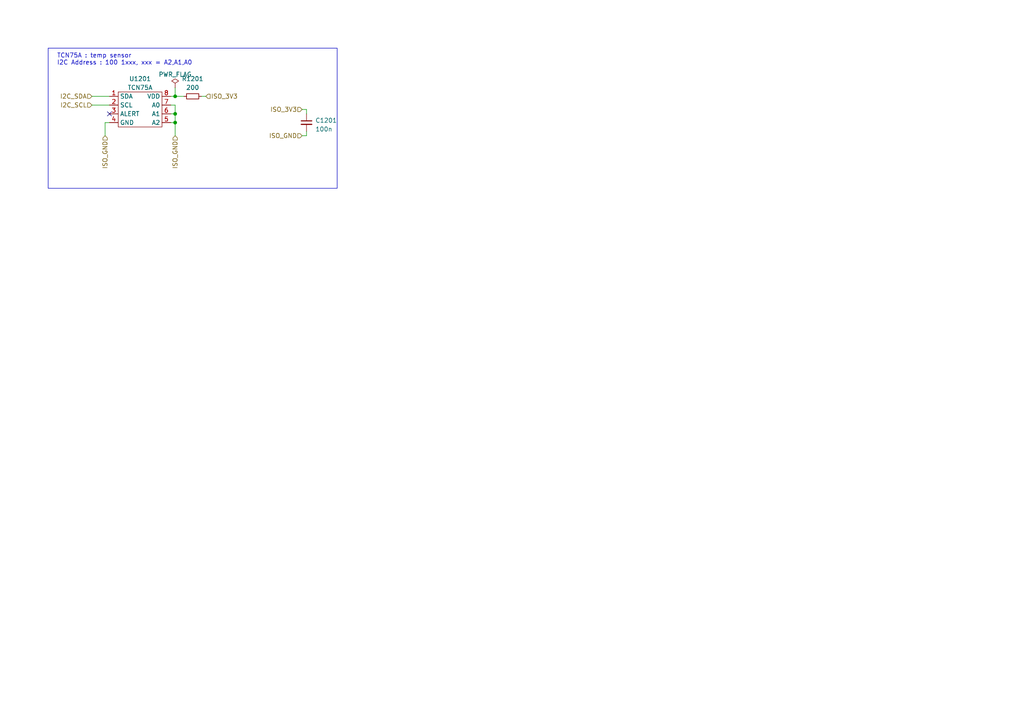
<source format=kicad_sch>
(kicad_sch (version 20230121) (generator eeschema)
  (paper "A4")
  (title_block (title "AAP Inverter") (date "2023-05-01") (company "ENSEA"))
  (lib_symbols
    (symbol "Custom:TCN75A"
      (property "Reference" "U" (at 5.08 -8.89 0))
      (property "Value" "TCN75A" (at 0 3.81 0))
      (symbol "TCN75A_0_1"
        (rectangle (start -6.35 2.54) (end 6.35 -7.62))
      )
      (symbol "TCN75A_1_1"
        (pin bidirectional line (at -8.89 1.27 0) (length 2.54) (name "SDA") (number "1"))
        (pin bidirectional line (at -8.89 -1.27 0) (length 2.54) (name "SCL") (number "2"))
        (pin output line (at -8.89 -3.81 0) (length 2.54) (name "ALERT") (number "3"))
        (pin power_in line (at -8.89 -6.35 0) (length 2.54) (name "GND") (number "4"))
        (pin input line (at 8.89 -6.35 180) (length 2.54) (name "A2") (number "5"))
        (pin input line (at 8.89 -3.81 180) (length 2.54) (name "A1") (number "6"))
        (pin input line (at 8.89 -1.27 180) (length 2.54) (name "A0") (number "7"))
        (pin power_in line (at 8.89 1.27 180) (length 2.54) (name "VDD") (number "8"))
      )
    )
    (symbol "Device:C_Small" (pin_numbers hide) (pin_names (offset 0.254) hide)
      (property "Reference" "C" (at 0.254 1.778 0))
      (property "Value" "C_Small" (at 0.254 -2.032 0))
      (symbol "C_Small_0_1"
        (polyline (pts (xy -1.524 -0.508) (xy 1.524 -0.508)) (stroke (width 0.3302)))
        (polyline (pts (xy -1.524 0.508) (xy 1.524 0.508)) (stroke (width 0.3048)))
      )
      (symbol "C_Small_1_1"
        (pin passive line (at 0 2.54 270) (length 2.032) (name "~") (number "1"))
        (pin passive line (at 0 -2.54 90) (length 2.032) (name "~") (number "2"))
      )
    )
    (symbol "Device:R_Small" (pin_numbers hide) (pin_names (offset 0.254) hide)
      (property "Reference" "R" (at 0.762 0.508 0))
      (property "Value" "R_Small" (at 0.762 -1.016 0))
      (symbol "R_Small_0_1"
        (rectangle (start -0.762 1.778) (end 0.762 -1.778) (stroke (width 0.2032)))
      )
      (symbol "R_Small_1_1"
        (pin passive line (at 0 2.54 270) (length 0.762) (name "~") (number "1"))
        (pin passive line (at 0 -2.54 90) (length 0.762) (name "~") (number "2"))
      )
    )
    (symbol "power:PWR_FLAG" (power) (pin_numbers hide) (pin_names (offset 0) hide)
      (property "Value" "PWR_FLAG" (at 0 3.81 0))
      (symbol "PWR_FLAG_0_0"
        (pin power_out line (at 0 0 90) (length 0) (name "pwr") (number "1"))
      )
      (symbol "PWR_FLAG_0_1"
        (polyline (pts (xy 0 0) (xy 0 1.27) (xy -1.016 1.905) (xy 0 2.54) (xy 1.016 1.905) (xy 0 1.27)))
      )
    )
  )
  (junction (at 50.8 35.56))
  (junction (at 50.8 27.94))
  (junction (at 50.8 33.02))
  (no_connect (at 31.75 33.02))
  (wire (pts (xy 88.9 39.37) (xy 88.9 38.1)))
  (wire (pts (xy 88.9 33.02) (xy 88.9 31.75)))
  (wire (pts (xy 49.53 27.94) (xy 50.8 27.94)))
  (wire (pts (xy 30.48 35.56) (xy 30.48 39.37)))
  (wire (pts (xy 31.75 35.56) (xy 30.48 35.56)))
  (wire (pts (xy 50.8 27.94) (xy 53.34 27.94)))
  (wire (pts (xy 50.8 35.56) (xy 50.8 39.37)))
  (wire (pts (xy 26.67 30.48) (xy 31.75 30.48)))
  (wire (pts (xy 88.9 31.75) (xy 87.63 31.75)))
  (wire (pts (xy 50.8 30.48) (xy 50.8 33.02)))
  (wire (pts (xy 49.53 30.48) (xy 50.8 30.48)))
  (wire (pts (xy 50.8 25.4) (xy 50.8 27.94)))
  (wire (pts (xy 87.63 39.37) (xy 88.9 39.37)))
  (wire (pts (xy 26.67 27.94) (xy 31.75 27.94)))
  (wire (pts (xy 58.42 27.94) (xy 59.69 27.94)))
  (wire (pts (xy 50.8 33.02) (xy 50.8 35.56)))
  (wire (pts (xy 49.53 35.56) (xy 50.8 35.56)))
  (wire (pts (xy 49.53 33.02) (xy 50.8 33.02)))
  (rectangle (start 13.97 13.97) (end 97.79 54.61))
  (text "TCN75A : temp sensor\nI2C Address : 100 1xxx, xxx = A2,A1,A0" (at 16.51 19.05 0) (effects (font (size 1.27 1.27)) (justify left bottom)))
  (hierarchical_label "ISO_GND" (shape input) (at 30.48 39.37 270))
  (hierarchical_label "ISO_3V3" (shape input) (at 87.63 31.75 180))
  (hierarchical_label "I2C_SDA" (shape input) (at 26.67 27.94 180))
  (hierarchical_label "I2C_SCL" (shape input) (at 26.67 30.48 180))
  (hierarchical_label "ISO_3V3" (shape input) (at 59.69 27.94 0))
  (hierarchical_label "ISO_GND" (shape input) (at 87.63 39.37 180))
  (hierarchical_label "ISO_GND" (shape input) (at 50.8 39.37 270))
  (symbol (lib_id "Device:C_Small") (at 88.9 35.56 0) (unit 1)
    (property "Reference" "C1201" (at 91.44 34.9313 0) (effects (justify left)))
    (property "Value" "100n" (at 91.44 37.4713 0) (effects (justify left)))
    (property "Footprint" "Capacitor_SMD:C_0402_1005Metric_Pad0.74x0.62mm_HandSolder" (effects hide))
  )
  (symbol (lib_id "power:PWR_FLAG") (at 50.8 25.4 0) (unit 1)
    (property "Reference" "#FLG01201" (effects hide))
    (property "Value" "PWR_FLAG" (at 50.8 21.59 0))
  )
  (symbol (lib_id "Custom:TCN75A") (at 40.64 29.21 0) (unit 1)
    (property "Reference" "U1201" (at 40.64 22.86 0))
    (property "Value" "TCN75A" (at 40.64 25.4 0))
    (property "Footprint" "Package_SO:SOIC-8_3.9x4.9mm_P1.27mm" (effects hide))
    (property "Datasheet" "https://docs.rs-online.com/fc92/0900766b80d0dfb5.pdf" (effects hide))
  )
  (symbol (lib_id "Device:R_Small") (at 55.88 27.94 90) (unit 1)
    (property "Reference" "R1201" (at 55.88 22.86 90))
    (property "Value" "200" (at 55.88 25.4 90))
    (property "Footprint" "Resistor_SMD:R_0402_1005Metric_Pad0.72x0.64mm_HandSolder" (effects hide))
  )
)
</source>
